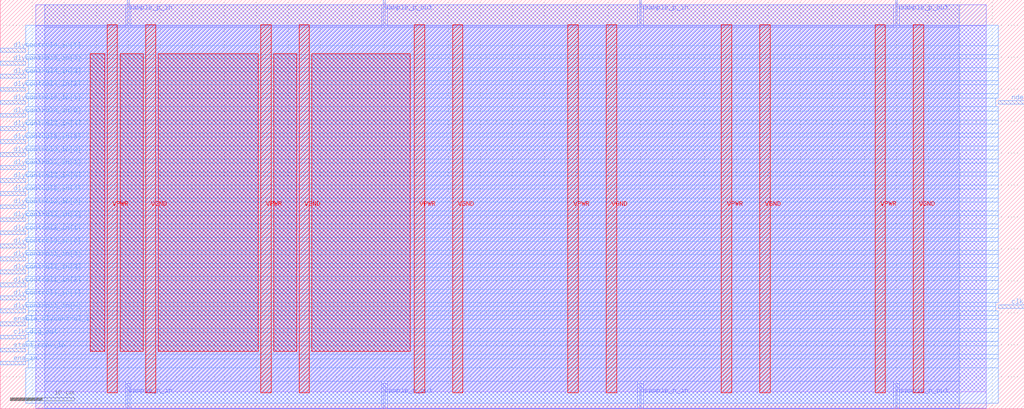
<source format=lef>
VERSION 5.7 ;
  NOWIREEXTENSIONATPIN ON ;
  DIVIDERCHAR "/" ;
  BUSBITCHARS "[]" ;
MACRO adc_clkgen_with_edgedetect
  CLASS BLOCK ;
  FOREIGN adc_clkgen_with_edgedetect ;
  ORIGIN 0.000 0.000 ;
  SIZE 160.000 BY 64.000 ;
  PIN VGND
    DIRECTION INOUT ;
    USE GROUND ;
    PORT
      LAYER met4 ;
        RECT 22.720 2.480 24.320 60.080 ;
    END
    PORT
      LAYER met4 ;
        RECT 46.720 2.480 48.320 60.080 ;
    END
    PORT
      LAYER met4 ;
        RECT 70.720 2.480 72.320 60.080 ;
    END
    PORT
      LAYER met4 ;
        RECT 94.720 2.480 96.320 60.080 ;
    END
    PORT
      LAYER met4 ;
        RECT 118.720 2.480 120.320 60.080 ;
    END
    PORT
      LAYER met4 ;
        RECT 142.720 2.480 144.320 60.080 ;
    END
  END VGND
  PIN VPWR
    DIRECTION INOUT ;
    USE POWER ;
    PORT
      LAYER met4 ;
        RECT 16.720 2.480 18.320 60.080 ;
    END
    PORT
      LAYER met4 ;
        RECT 40.720 2.480 42.320 60.080 ;
    END
    PORT
      LAYER met4 ;
        RECT 64.720 2.480 66.320 60.080 ;
    END
    PORT
      LAYER met4 ;
        RECT 88.720 2.480 90.320 60.080 ;
    END
    PORT
      LAYER met4 ;
        RECT 112.720 2.480 114.320 60.080 ;
    END
    PORT
      LAYER met4 ;
        RECT 136.720 2.480 138.320 60.080 ;
    END
  END VPWR
  PIN clk_comp_out
    DIRECTION OUTPUT TRISTATE ;
    USE SIGNAL ;
    PORT
      LAYER met3 ;
        RECT 156.000 15.680 160.000 16.280 ;
    END
  END clk_comp_out
  PIN clk_dig_out
    DIRECTION OUTPUT TRISTATE ;
    USE SIGNAL ;
    PORT
      LAYER met3 ;
        RECT 0.000 10.920 4.000 11.520 ;
    END
  END clk_dig_out
  PIN dlycontrol1_in[0]
    DIRECTION INPUT ;
    USE SIGNAL ;
    PORT
      LAYER met3 ;
        RECT 0.000 15.000 4.000 15.600 ;
    END
  END dlycontrol1_in[0]
  PIN dlycontrol1_in[1]
    DIRECTION INPUT ;
    USE SIGNAL ;
    PORT
      LAYER met3 ;
        RECT 0.000 17.040 4.000 17.640 ;
    END
  END dlycontrol1_in[1]
  PIN dlycontrol1_in[2]
    DIRECTION INPUT ;
    USE SIGNAL ;
    PORT
      LAYER met3 ;
        RECT 0.000 19.080 4.000 19.680 ;
    END
  END dlycontrol1_in[2]
  PIN dlycontrol1_in[3]
    DIRECTION INPUT ;
    USE SIGNAL ;
    PORT
      LAYER met3 ;
        RECT 0.000 21.120 4.000 21.720 ;
    END
  END dlycontrol1_in[3]
  PIN dlycontrol1_in[4]
    DIRECTION INPUT ;
    USE SIGNAL ;
    PORT
      LAYER met3 ;
        RECT 0.000 23.160 4.000 23.760 ;
    END
  END dlycontrol1_in[4]
  PIN dlycontrol2_in[0]
    DIRECTION INPUT ;
    USE SIGNAL ;
    PORT
      LAYER met3 ;
        RECT 0.000 25.200 4.000 25.800 ;
    END
  END dlycontrol2_in[0]
  PIN dlycontrol2_in[1]
    DIRECTION INPUT ;
    USE SIGNAL ;
    PORT
      LAYER met3 ;
        RECT 0.000 27.240 4.000 27.840 ;
    END
  END dlycontrol2_in[1]
  PIN dlycontrol2_in[2]
    DIRECTION INPUT ;
    USE SIGNAL ;
    PORT
      LAYER met3 ;
        RECT 0.000 29.280 4.000 29.880 ;
    END
  END dlycontrol2_in[2]
  PIN dlycontrol2_in[3]
    DIRECTION INPUT ;
    USE SIGNAL ;
    PORT
      LAYER met3 ;
        RECT 0.000 31.320 4.000 31.920 ;
    END
  END dlycontrol2_in[3]
  PIN dlycontrol2_in[4]
    DIRECTION INPUT ;
    USE SIGNAL ;
    PORT
      LAYER met3 ;
        RECT 0.000 33.360 4.000 33.960 ;
    END
  END dlycontrol2_in[4]
  PIN dlycontrol3_in[0]
    DIRECTION INPUT ;
    USE SIGNAL ;
    PORT
      LAYER met3 ;
        RECT 0.000 35.400 4.000 36.000 ;
    END
  END dlycontrol3_in[0]
  PIN dlycontrol3_in[1]
    DIRECTION INPUT ;
    USE SIGNAL ;
    PORT
      LAYER met3 ;
        RECT 0.000 37.440 4.000 38.040 ;
    END
  END dlycontrol3_in[1]
  PIN dlycontrol3_in[2]
    DIRECTION INPUT ;
    USE SIGNAL ;
    PORT
      LAYER met3 ;
        RECT 0.000 39.480 4.000 40.080 ;
    END
  END dlycontrol3_in[2]
  PIN dlycontrol3_in[3]
    DIRECTION INPUT ;
    USE SIGNAL ;
    PORT
      LAYER met3 ;
        RECT 0.000 41.520 4.000 42.120 ;
    END
  END dlycontrol3_in[3]
  PIN dlycontrol3_in[4]
    DIRECTION INPUT ;
    USE SIGNAL ;
    PORT
      LAYER met3 ;
        RECT 0.000 43.560 4.000 44.160 ;
    END
  END dlycontrol3_in[4]
  PIN dlycontrol4_in[0]
    DIRECTION INPUT ;
    USE SIGNAL ;
    PORT
      LAYER met3 ;
        RECT 0.000 45.600 4.000 46.200 ;
    END
  END dlycontrol4_in[0]
  PIN dlycontrol4_in[1]
    DIRECTION INPUT ;
    USE SIGNAL ;
    PORT
      LAYER met3 ;
        RECT 0.000 47.640 4.000 48.240 ;
    END
  END dlycontrol4_in[1]
  PIN dlycontrol4_in[2]
    DIRECTION INPUT ;
    USE SIGNAL ;
    PORT
      LAYER met3 ;
        RECT 0.000 49.680 4.000 50.280 ;
    END
  END dlycontrol4_in[2]
  PIN dlycontrol4_in[3]
    DIRECTION INPUT ;
    USE SIGNAL ;
    PORT
      LAYER met3 ;
        RECT 0.000 51.720 4.000 52.320 ;
    END
  END dlycontrol4_in[3]
  PIN dlycontrol4_in[4]
    DIRECTION INPUT ;
    USE SIGNAL ;
    PORT
      LAYER met3 ;
        RECT 0.000 53.760 4.000 54.360 ;
    END
  END dlycontrol4_in[4]
  PIN dlycontrol4_in[5]
    DIRECTION INPUT ;
    USE SIGNAL ;
    PORT
      LAYER met3 ;
        RECT 0.000 55.800 4.000 56.400 ;
    END
  END dlycontrol4_in[5]
  PIN ena_in
    DIRECTION INPUT ;
    USE SIGNAL ;
    PORT
      LAYER met3 ;
        RECT 0.000 6.840 4.000 7.440 ;
    END
  END ena_in
  PIN enable_dlycontrol_in
    DIRECTION INPUT ;
    USE SIGNAL ;
    PORT
      LAYER met3 ;
        RECT 0.000 12.960 4.000 13.560 ;
    END
  END enable_dlycontrol_in
  PIN ndecision_finish_in
    DIRECTION INPUT ;
    USE SIGNAL ;
    PORT
      LAYER met3 ;
        RECT 156.000 47.640 160.000 48.240 ;
    END
  END ndecision_finish_in
  PIN nsample_n_in
    DIRECTION INPUT ;
    USE SIGNAL ;
    PORT
      LAYER met2 ;
        RECT 99.910 0.000 100.190 4.000 ;
    END
  END nsample_n_in
  PIN nsample_n_out
    DIRECTION OUTPUT TRISTATE ;
    USE SIGNAL ;
    PORT
      LAYER met2 ;
        RECT 139.930 0.000 140.210 4.000 ;
    END
  END nsample_n_out
  PIN nsample_p_in
    DIRECTION INPUT ;
    USE SIGNAL ;
    PORT
      LAYER met2 ;
        RECT 99.910 60.000 100.190 64.000 ;
    END
  END nsample_p_in
  PIN nsample_p_out
    DIRECTION OUTPUT TRISTATE ;
    USE SIGNAL ;
    PORT
      LAYER met2 ;
        RECT 139.930 60.000 140.210 64.000 ;
    END
  END nsample_p_out
  PIN sample_n_in
    DIRECTION INPUT ;
    USE SIGNAL ;
    PORT
      LAYER met2 ;
        RECT 19.870 0.000 20.150 4.000 ;
    END
  END sample_n_in
  PIN sample_n_out
    DIRECTION OUTPUT TRISTATE ;
    USE SIGNAL ;
    PORT
      LAYER met2 ;
        RECT 59.890 0.000 60.170 4.000 ;
    END
  END sample_n_out
  PIN sample_p_in
    DIRECTION INPUT ;
    USE SIGNAL ;
    PORT
      LAYER met2 ;
        RECT 19.870 60.000 20.150 64.000 ;
    END
  END sample_p_in
  PIN sample_p_out
    DIRECTION OUTPUT TRISTATE ;
    USE SIGNAL ;
    PORT
      LAYER met2 ;
        RECT 59.890 60.000 60.170 64.000 ;
    END
  END sample_p_out
  PIN start_conv_in
    DIRECTION INPUT ;
    USE SIGNAL ;
    PORT
      LAYER met3 ;
        RECT 0.000 8.880 4.000 9.480 ;
    END
  END start_conv_in
  OBS
      LAYER li1 ;
        RECT 5.520 2.635 154.100 59.925 ;
      LAYER met1 ;
        RECT 5.520 0.040 154.100 63.200 ;
      LAYER met2 ;
        RECT 6.990 59.720 19.590 63.230 ;
        RECT 20.430 59.720 59.610 63.230 ;
        RECT 60.450 59.720 99.630 63.230 ;
        RECT 100.470 59.720 139.650 63.230 ;
        RECT 140.490 59.720 149.860 63.230 ;
        RECT 6.990 4.280 149.860 59.720 ;
        RECT 6.990 0.010 19.590 4.280 ;
        RECT 20.430 0.010 59.610 4.280 ;
        RECT 60.450 0.010 99.630 4.280 ;
        RECT 100.470 0.010 139.650 4.280 ;
        RECT 140.490 0.010 149.860 4.280 ;
      LAYER met3 ;
        RECT 4.000 56.800 156.000 60.005 ;
        RECT 4.400 55.400 156.000 56.800 ;
        RECT 4.000 54.760 156.000 55.400 ;
        RECT 4.400 53.360 156.000 54.760 ;
        RECT 4.000 52.720 156.000 53.360 ;
        RECT 4.400 51.320 156.000 52.720 ;
        RECT 4.000 50.680 156.000 51.320 ;
        RECT 4.400 49.280 156.000 50.680 ;
        RECT 4.000 48.640 156.000 49.280 ;
        RECT 4.400 47.240 155.600 48.640 ;
        RECT 4.000 46.600 156.000 47.240 ;
        RECT 4.400 45.200 156.000 46.600 ;
        RECT 4.000 44.560 156.000 45.200 ;
        RECT 4.400 43.160 156.000 44.560 ;
        RECT 4.000 42.520 156.000 43.160 ;
        RECT 4.400 41.120 156.000 42.520 ;
        RECT 4.000 40.480 156.000 41.120 ;
        RECT 4.400 39.080 156.000 40.480 ;
        RECT 4.000 38.440 156.000 39.080 ;
        RECT 4.400 37.040 156.000 38.440 ;
        RECT 4.000 36.400 156.000 37.040 ;
        RECT 4.400 35.000 156.000 36.400 ;
        RECT 4.000 34.360 156.000 35.000 ;
        RECT 4.400 32.960 156.000 34.360 ;
        RECT 4.000 32.320 156.000 32.960 ;
        RECT 4.400 30.920 156.000 32.320 ;
        RECT 4.000 30.280 156.000 30.920 ;
        RECT 4.400 28.880 156.000 30.280 ;
        RECT 4.000 28.240 156.000 28.880 ;
        RECT 4.400 26.840 156.000 28.240 ;
        RECT 4.000 26.200 156.000 26.840 ;
        RECT 4.400 24.800 156.000 26.200 ;
        RECT 4.000 24.160 156.000 24.800 ;
        RECT 4.400 22.760 156.000 24.160 ;
        RECT 4.000 22.120 156.000 22.760 ;
        RECT 4.400 20.720 156.000 22.120 ;
        RECT 4.000 20.080 156.000 20.720 ;
        RECT 4.400 18.680 156.000 20.080 ;
        RECT 4.000 18.040 156.000 18.680 ;
        RECT 4.400 16.680 156.000 18.040 ;
        RECT 4.400 16.640 155.600 16.680 ;
        RECT 4.000 16.000 155.600 16.640 ;
        RECT 4.400 15.280 155.600 16.000 ;
        RECT 4.400 14.600 156.000 15.280 ;
        RECT 4.000 13.960 156.000 14.600 ;
        RECT 4.400 12.560 156.000 13.960 ;
        RECT 4.000 11.920 156.000 12.560 ;
        RECT 4.400 10.520 156.000 11.920 ;
        RECT 4.000 9.880 156.000 10.520 ;
        RECT 4.400 8.480 156.000 9.880 ;
        RECT 4.000 7.840 156.000 8.480 ;
        RECT 4.400 6.440 156.000 7.840 ;
        RECT 4.000 0.855 156.000 6.440 ;
      LAYER met4 ;
        RECT 14.095 9.015 16.320 55.585 ;
        RECT 18.720 9.015 22.320 55.585 ;
        RECT 24.720 9.015 40.320 55.585 ;
        RECT 42.720 9.015 46.320 55.585 ;
        RECT 48.720 9.015 64.105 55.585 ;
  END
END adc_clkgen_with_edgedetect
END LIBRARY


</source>
